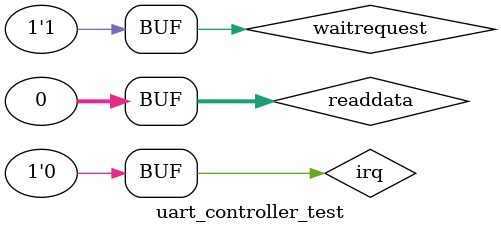
<source format=sv>
`timescale 1 ns / 1 ps

module uart_controller_test#(
    ADDRESS_WIDTH = 11
    );

    logic clock, chipselect, address, read_n, write_n, waitrequest, irq, memory_wr;
    logic [31:0] readdata;
    logic [15:0] instruction_out, data_0, data_1;
    logic [ADDRESS_WIDTH - 1:0] memory_address, address_0, address_1;

    clock_generator GCLOCK(clock);

     tri_port_memory #(.ADDRESS_WIDTH(ADDRESS_WIDTH)) memory0(
      .data_in(instruction_out),
      .write_address_in(memory_address),
      .address_0_in(address_0),
      .address_1_in(address_1),
      .memory_wr_in(memory_wr),
      .read_clock_in(clock),
      .write_clock_in(!clock),
      .data_0_out(data_0),
      .data_1_out(data_1)
   );

   uart_controller uc0(
        .clock_in(clock),
        .readdata_in(readdata),
        .waitrequest_in(waitrequest),
        .irq_in(irq),
        .chipselect_out(chipselect),
        .address_out(address),
        .read_n_out(read_n),
        .write_n_out(write_n),
        .memory_wr_out(memory_wr),
        .memory_address_out(memory_address),
        .instruction_out(instruction_out)
    );

     initial 
    begin
        irq = 1'b0; waitrequest = 1'b1;
        readdata = 32'h00000000;
        #4;

        waitrequest = 1'b0;
        #2;

        irq = 1'b1; waitrequest = 1'b1;
        #2;
        
        readdata = 32'h000300AD;
        waitrequest = 1'b0;
        #2;

        waitrequest = 1'b1;
        #2;

        readdata = 32'h000200E1;
        waitrequest = 1'b0;
        #2;

        waitrequest = 1'b1;
        #2;

        readdata = 32'h00010000;
        waitrequest = 1'b0;
        #2;

        waitrequest = 1'b1;
        #2;

        readdata = 32'h00000000;
        waitrequest = 1'b0;
        #2;

        waitrequest = 1'b1;
        irq = 1'b0;
        #2;

        irq = 1'b1; 
        #2;

        readdata = 32'h0007000F;
        waitrequest = 1'b0;
        #2;

        waitrequest = 1'b1;
        #2;

        readdata = 32'h0006000E;
        waitrequest = 1'b0;
        #2;

        waitrequest = 1'b1;
        #2;

        readdata = 32'h0005000D;
        waitrequest = 1'b0;
        #2;

        waitrequest = 1'b1;
        #2;

        readdata = 32'h0004000C;
        waitrequest = 1'b0;
        #2;

        waitrequest = 1'b1;
        #2;

        readdata = 32'h0003000B;
        waitrequest = 1'b0;
        #2;

        waitrequest = 1'b1;
        #2;

        readdata = 32'h0002000A;
        waitrequest = 1'b0;
        #2;

        waitrequest = 1'b1;
        #2;

        readdata = 32'h00010000;
        waitrequest = 1'b0;
        #2;

        waitrequest = 1'b1;
        #2;

        readdata = 32'h00000000;
        waitrequest = 1'b0;
        #2;

        waitrequest = 1'b1;
        irq = 1'b0;
        #2;

    end

endmodule
</source>
